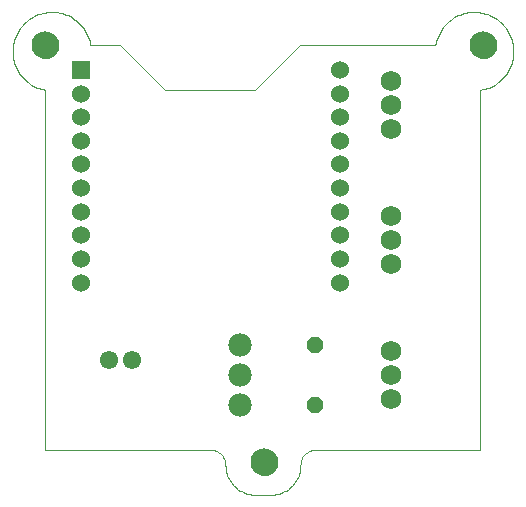
<source format=gbs>
G75*
G70*
%OFA0B0*%
%FSLAX24Y24*%
%IPPOS*%
%LPD*%
%AMOC8*
5,1,8,0,0,1.08239X$1,22.5*
%
%ADD10C,0.0000*%
%ADD11C,0.0906*%
%ADD12C,0.0600*%
%ADD13R,0.0600X0.0600*%
%ADD14OC8,0.0560*%
%ADD15C,0.0680*%
%ADD16C,0.0610*%
%ADD17C,0.0780*%
D10*
X001680Y002180D02*
X001680Y014180D01*
X001680Y014181D02*
X001609Y014194D01*
X001540Y014212D01*
X001471Y014233D01*
X001404Y014257D01*
X001338Y014286D01*
X001274Y014318D01*
X001211Y014353D01*
X001151Y014392D01*
X001093Y014434D01*
X001037Y014480D01*
X000984Y014528D01*
X000934Y014579D01*
X000886Y014633D01*
X000842Y014689D01*
X000801Y014747D01*
X000762Y014808D01*
X000728Y014871D01*
X000697Y014936D01*
X000669Y015002D01*
X000645Y015069D01*
X000625Y015138D01*
X000609Y015208D01*
X000596Y015279D01*
X000588Y015350D01*
X000583Y015422D01*
X000582Y015493D01*
X000585Y015565D01*
X000592Y015636D01*
X000604Y015707D01*
X000618Y015777D01*
X000637Y015847D01*
X000660Y015915D01*
X000686Y015981D01*
X000716Y016047D01*
X000749Y016110D01*
X000786Y016172D01*
X000826Y016231D01*
X000869Y016288D01*
X000916Y016343D01*
X000965Y016395D01*
X001017Y016444D01*
X001072Y016491D01*
X001129Y016534D01*
X001188Y016574D01*
X001250Y016611D01*
X001313Y016644D01*
X001379Y016674D01*
X001445Y016700D01*
X001513Y016723D01*
X001583Y016742D01*
X001653Y016756D01*
X001724Y016768D01*
X001795Y016775D01*
X001867Y016778D01*
X001938Y016777D01*
X002010Y016772D01*
X002081Y016764D01*
X002152Y016751D01*
X002222Y016735D01*
X002291Y016715D01*
X002358Y016691D01*
X002424Y016663D01*
X002489Y016632D01*
X002552Y016598D01*
X002613Y016559D01*
X002671Y016518D01*
X002727Y016474D01*
X002781Y016426D01*
X002832Y016376D01*
X002880Y016323D01*
X002926Y016267D01*
X002968Y016209D01*
X003007Y016149D01*
X003042Y016086D01*
X003074Y016022D01*
X003103Y015956D01*
X003127Y015889D01*
X003148Y015820D01*
X003166Y015751D01*
X003179Y015680D01*
X003180Y015680D02*
X004180Y015680D01*
X005680Y014180D01*
X008680Y014180D01*
X010180Y015680D01*
X014680Y015680D01*
X014681Y015680D02*
X014694Y015751D01*
X014712Y015820D01*
X014733Y015889D01*
X014757Y015956D01*
X014786Y016022D01*
X014818Y016086D01*
X014853Y016149D01*
X014892Y016209D01*
X014934Y016267D01*
X014980Y016323D01*
X015028Y016376D01*
X015079Y016426D01*
X015133Y016474D01*
X015189Y016518D01*
X015247Y016559D01*
X015308Y016598D01*
X015371Y016632D01*
X015436Y016663D01*
X015502Y016691D01*
X015569Y016715D01*
X015638Y016735D01*
X015708Y016751D01*
X015779Y016764D01*
X015850Y016772D01*
X015922Y016777D01*
X015993Y016778D01*
X016065Y016775D01*
X016136Y016768D01*
X016207Y016756D01*
X016277Y016742D01*
X016347Y016723D01*
X016415Y016700D01*
X016481Y016674D01*
X016547Y016644D01*
X016610Y016611D01*
X016672Y016574D01*
X016731Y016534D01*
X016788Y016491D01*
X016843Y016444D01*
X016895Y016395D01*
X016944Y016343D01*
X016991Y016288D01*
X017034Y016231D01*
X017074Y016172D01*
X017111Y016110D01*
X017144Y016047D01*
X017174Y015981D01*
X017200Y015915D01*
X017223Y015847D01*
X017242Y015777D01*
X017256Y015707D01*
X017268Y015636D01*
X017275Y015565D01*
X017278Y015493D01*
X017277Y015422D01*
X017272Y015350D01*
X017264Y015279D01*
X017251Y015208D01*
X017235Y015138D01*
X017215Y015069D01*
X017191Y015002D01*
X017163Y014936D01*
X017132Y014871D01*
X017098Y014808D01*
X017059Y014747D01*
X017018Y014689D01*
X016974Y014633D01*
X016926Y014579D01*
X016876Y014528D01*
X016823Y014480D01*
X016767Y014434D01*
X016709Y014392D01*
X016649Y014353D01*
X016586Y014318D01*
X016522Y014286D01*
X016456Y014257D01*
X016389Y014233D01*
X016320Y014212D01*
X016251Y014194D01*
X016180Y014181D01*
X016180Y014180D02*
X016180Y002180D01*
X010680Y002180D01*
X010636Y002178D01*
X010593Y002172D01*
X010551Y002163D01*
X010509Y002150D01*
X010469Y002133D01*
X010430Y002113D01*
X010393Y002090D01*
X010359Y002063D01*
X010326Y002034D01*
X010297Y002001D01*
X010270Y001967D01*
X010247Y001930D01*
X010227Y001891D01*
X010210Y001851D01*
X010197Y001809D01*
X010188Y001767D01*
X010182Y001724D01*
X010180Y001680D01*
X010178Y001620D01*
X010173Y001559D01*
X010164Y001500D01*
X010151Y001441D01*
X010135Y001382D01*
X010115Y001325D01*
X010092Y001270D01*
X010065Y001215D01*
X010036Y001163D01*
X010003Y001112D01*
X009967Y001063D01*
X009929Y001017D01*
X009887Y000973D01*
X009843Y000931D01*
X009797Y000893D01*
X009748Y000857D01*
X009697Y000824D01*
X009645Y000795D01*
X009590Y000768D01*
X009535Y000745D01*
X009478Y000725D01*
X009419Y000709D01*
X009360Y000696D01*
X009301Y000687D01*
X009240Y000682D01*
X009180Y000680D01*
X008680Y000680D01*
X008620Y000682D01*
X008559Y000687D01*
X008500Y000696D01*
X008441Y000709D01*
X008382Y000725D01*
X008325Y000745D01*
X008270Y000768D01*
X008215Y000795D01*
X008163Y000824D01*
X008112Y000857D01*
X008063Y000893D01*
X008017Y000931D01*
X007973Y000973D01*
X007931Y001017D01*
X007893Y001063D01*
X007857Y001112D01*
X007824Y001163D01*
X007795Y001215D01*
X007768Y001270D01*
X007745Y001325D01*
X007725Y001382D01*
X007709Y001441D01*
X007696Y001500D01*
X007687Y001559D01*
X007682Y001620D01*
X007680Y001680D01*
X007678Y001724D01*
X007672Y001767D01*
X007663Y001809D01*
X007650Y001851D01*
X007633Y001891D01*
X007613Y001930D01*
X007590Y001967D01*
X007563Y002001D01*
X007534Y002034D01*
X007501Y002063D01*
X007467Y002090D01*
X007430Y002113D01*
X007391Y002133D01*
X007351Y002150D01*
X007309Y002163D01*
X007267Y002172D01*
X007224Y002178D01*
X007180Y002180D01*
X001680Y002180D01*
X008547Y001780D02*
X008549Y001821D01*
X008555Y001862D01*
X008565Y001902D01*
X008578Y001941D01*
X008595Y001978D01*
X008616Y002014D01*
X008640Y002048D01*
X008667Y002079D01*
X008696Y002107D01*
X008729Y002133D01*
X008763Y002155D01*
X008800Y002174D01*
X008838Y002189D01*
X008878Y002201D01*
X008918Y002209D01*
X008959Y002213D01*
X009001Y002213D01*
X009042Y002209D01*
X009082Y002201D01*
X009122Y002189D01*
X009160Y002174D01*
X009196Y002155D01*
X009231Y002133D01*
X009264Y002107D01*
X009293Y002079D01*
X009320Y002048D01*
X009344Y002014D01*
X009365Y001978D01*
X009382Y001941D01*
X009395Y001902D01*
X009405Y001862D01*
X009411Y001821D01*
X009413Y001780D01*
X009411Y001739D01*
X009405Y001698D01*
X009395Y001658D01*
X009382Y001619D01*
X009365Y001582D01*
X009344Y001546D01*
X009320Y001512D01*
X009293Y001481D01*
X009264Y001453D01*
X009231Y001427D01*
X009197Y001405D01*
X009160Y001386D01*
X009122Y001371D01*
X009082Y001359D01*
X009042Y001351D01*
X009001Y001347D01*
X008959Y001347D01*
X008918Y001351D01*
X008878Y001359D01*
X008838Y001371D01*
X008800Y001386D01*
X008764Y001405D01*
X008729Y001427D01*
X008696Y001453D01*
X008667Y001481D01*
X008640Y001512D01*
X008616Y001546D01*
X008595Y001582D01*
X008578Y001619D01*
X008565Y001658D01*
X008555Y001698D01*
X008549Y001739D01*
X008547Y001780D01*
X001247Y015680D02*
X001249Y015721D01*
X001255Y015762D01*
X001265Y015802D01*
X001278Y015841D01*
X001295Y015878D01*
X001316Y015914D01*
X001340Y015948D01*
X001367Y015979D01*
X001396Y016007D01*
X001429Y016033D01*
X001463Y016055D01*
X001500Y016074D01*
X001538Y016089D01*
X001578Y016101D01*
X001618Y016109D01*
X001659Y016113D01*
X001701Y016113D01*
X001742Y016109D01*
X001782Y016101D01*
X001822Y016089D01*
X001860Y016074D01*
X001896Y016055D01*
X001931Y016033D01*
X001964Y016007D01*
X001993Y015979D01*
X002020Y015948D01*
X002044Y015914D01*
X002065Y015878D01*
X002082Y015841D01*
X002095Y015802D01*
X002105Y015762D01*
X002111Y015721D01*
X002113Y015680D01*
X002111Y015639D01*
X002105Y015598D01*
X002095Y015558D01*
X002082Y015519D01*
X002065Y015482D01*
X002044Y015446D01*
X002020Y015412D01*
X001993Y015381D01*
X001964Y015353D01*
X001931Y015327D01*
X001897Y015305D01*
X001860Y015286D01*
X001822Y015271D01*
X001782Y015259D01*
X001742Y015251D01*
X001701Y015247D01*
X001659Y015247D01*
X001618Y015251D01*
X001578Y015259D01*
X001538Y015271D01*
X001500Y015286D01*
X001464Y015305D01*
X001429Y015327D01*
X001396Y015353D01*
X001367Y015381D01*
X001340Y015412D01*
X001316Y015446D01*
X001295Y015482D01*
X001278Y015519D01*
X001265Y015558D01*
X001255Y015598D01*
X001249Y015639D01*
X001247Y015680D01*
X015847Y015680D02*
X015849Y015721D01*
X015855Y015762D01*
X015865Y015802D01*
X015878Y015841D01*
X015895Y015878D01*
X015916Y015914D01*
X015940Y015948D01*
X015967Y015979D01*
X015996Y016007D01*
X016029Y016033D01*
X016063Y016055D01*
X016100Y016074D01*
X016138Y016089D01*
X016178Y016101D01*
X016218Y016109D01*
X016259Y016113D01*
X016301Y016113D01*
X016342Y016109D01*
X016382Y016101D01*
X016422Y016089D01*
X016460Y016074D01*
X016496Y016055D01*
X016531Y016033D01*
X016564Y016007D01*
X016593Y015979D01*
X016620Y015948D01*
X016644Y015914D01*
X016665Y015878D01*
X016682Y015841D01*
X016695Y015802D01*
X016705Y015762D01*
X016711Y015721D01*
X016713Y015680D01*
X016711Y015639D01*
X016705Y015598D01*
X016695Y015558D01*
X016682Y015519D01*
X016665Y015482D01*
X016644Y015446D01*
X016620Y015412D01*
X016593Y015381D01*
X016564Y015353D01*
X016531Y015327D01*
X016497Y015305D01*
X016460Y015286D01*
X016422Y015271D01*
X016382Y015259D01*
X016342Y015251D01*
X016301Y015247D01*
X016259Y015247D01*
X016218Y015251D01*
X016178Y015259D01*
X016138Y015271D01*
X016100Y015286D01*
X016064Y015305D01*
X016029Y015327D01*
X015996Y015353D01*
X015967Y015381D01*
X015940Y015412D01*
X015916Y015446D01*
X015895Y015482D01*
X015878Y015519D01*
X015865Y015558D01*
X015855Y015598D01*
X015849Y015639D01*
X015847Y015680D01*
D11*
X016280Y015680D03*
X008980Y001780D03*
X001680Y015680D03*
D12*
X002849Y014058D03*
X002849Y013271D03*
X002849Y012483D03*
X002849Y011696D03*
X002849Y010908D03*
X002849Y010121D03*
X002849Y009334D03*
X002849Y008546D03*
X002849Y007759D03*
X011511Y007759D03*
X011511Y008546D03*
X011511Y009334D03*
X011511Y010121D03*
X011511Y010908D03*
X011511Y011696D03*
X011511Y012483D03*
X011511Y013271D03*
X011511Y014058D03*
X011511Y014845D03*
D13*
X002849Y014845D03*
D14*
X010680Y005680D03*
X010680Y003680D03*
D15*
X013211Y003893D03*
X013211Y004680D03*
X013211Y005467D03*
X013211Y008393D03*
X013211Y009180D03*
X013211Y009967D03*
X013211Y012893D03*
X013211Y013680D03*
X013211Y014467D03*
D16*
X004574Y005180D03*
X003786Y005180D03*
D17*
X008180Y004680D03*
X008180Y003680D03*
X008180Y005680D03*
M02*

</source>
